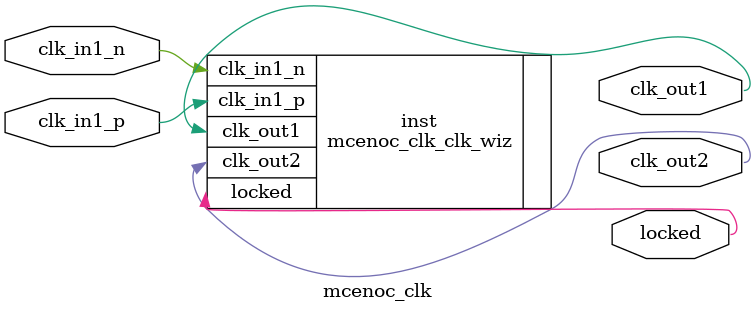
<source format=v>


`timescale 1ps/1ps

(* CORE_GENERATION_INFO = "mcenoc_clk,clk_wiz_v5_3_0,{component_name=mcenoc_clk,use_phase_alignment=true,use_min_o_jitter=false,use_max_i_jitter=false,use_dyn_phase_shift=false,use_inclk_switchover=false,use_dyn_reconfig=false,enable_axi=0,feedback_source=FDBK_AUTO,PRIMITIVE=MMCM,num_out_clk=2,clkin1_period=10.0,clkin2_period=10.0,use_power_down=false,use_reset=false,use_locked=true,use_inclk_stopped=false,feedback_type=SINGLE,CLOCK_MGR_TYPE=NA,manual_override=false}" *)

module mcenoc_clk 
 (
 // Clock in ports
  input         clk_in1_p,
  input         clk_in1_n,
  // Clock out ports
  output        clk_out1,
  output        clk_out2,
  // Status and control signals
  output        locked
 );

  mcenoc_clk_clk_wiz inst
  (
 // Clock in ports
  .clk_in1_p(clk_in1_p),
  .clk_in1_n(clk_in1_n),
  // Clock out ports  
  .clk_out1(clk_out1),
  .clk_out2(clk_out2),
  // Status and control signals               
  .locked(locked)            
  );

endmodule

</source>
